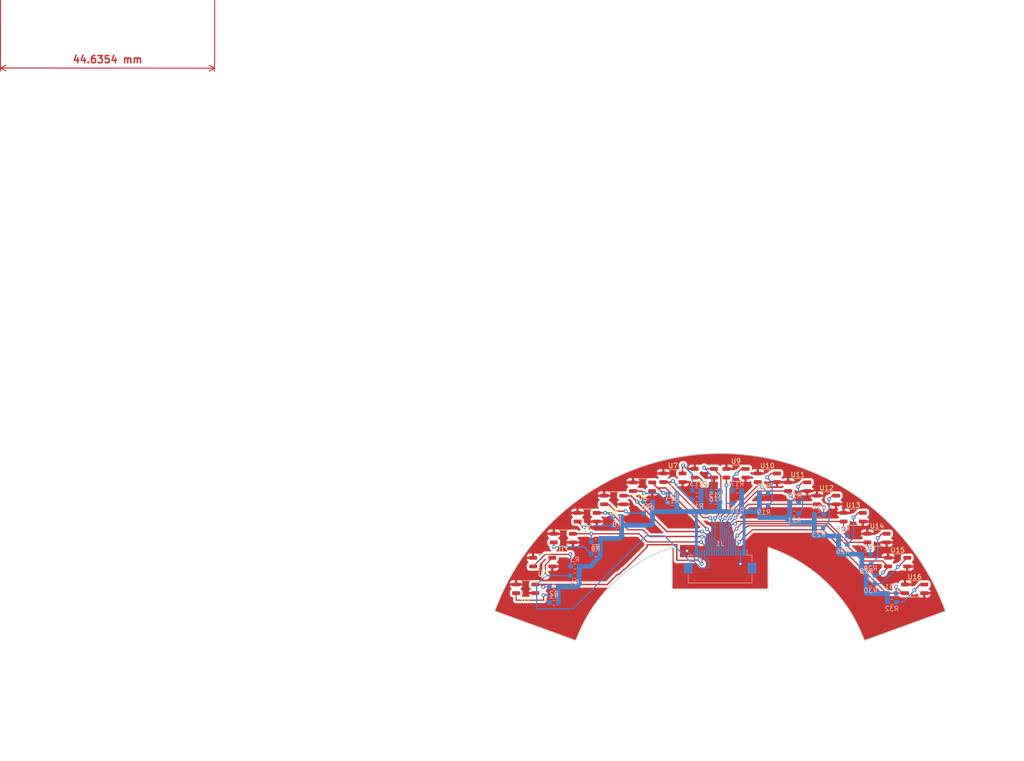
<source format=kicad_pcb>
(kicad_pcb (version 20221018) (generator pcbnew)
  (layers (0 "F.Cu" signal) (31 "B.Cu" signal) (34 "B.Paste" user) (35 "F.Paste" user) (36 "B.SilkS" user "B.Silkscreen") (37 "F.SilkS" user "F.Silkscreen") (38 "B.Mask" user) (39 "F.Mask" user) (44 "Edge.Cuts" user))
  (net 0 "")
  (net 1 "VCC")
  (net 2 "GND")
  (net 3 "Net-(J1-Pad3)")
  (net 4 "Net-(J1-Pad4)")
  (net 5 "Net-(J1-Pad5)")
  (net 6 "Net-(J1-Pad6)")
  (net 7 "Net-(J1-Pad7)")
  (net 8 "Net-(J1-Pad8)")
  (net 9 "Net-(J1-Pad9)")
  (net 10 "Net-(J1-Pad10)")
  (net 11 "Net-(J1-Pad11)")
  (net 12 "Net-(J1-Pad12)")
  (net 13 "Net-(J1-Pad13)")
  (net 14 "Net-(J1-Pad14)")
  (net 15 "Net-(J1-Pad15)")
  (net 16 "Net-(J1-Pad16)")
  (net 17 "Net-(J1-Pad17)")
  (net 18 "Net-(J1-Pad18)")
  (net 19 "Net-(U1-A)")
  (net 20 "Net-(U2-A)")
  (net 21 "Net-(U3-A)")
  (net 22 "Net-(U4-A)")
  (net 23 "Net-(U5-A)")
  (net 24 "Net-(U6-A)")
  (net 25 "Net-(U7-A)")
  (net 26 "Net-(U8-A)")
  (net 27 "Net-(U9-A)")
  (net 28 "Net-(U10-A)")
  (net 29 "Net-(U11-A)")
  (net 30 "Net-(U12-A)")
  (net 31 "Net-(U13-A)")
  (net 32 "Net-(U14-A)")
  (net 33 "Net-(U15-A)")
  (net 34 "Net-(U16-A)")
  (footprint "OptoDevice:OnSemi_CASE100CY" (layer "F.Cu") (at 109.480003 117.716083 90)
    (fp_text reference "U1")
    (fp_text value "QRE1113GR")
  )
  (footprint "OptoDevice:OnSemi_CASE100CY" (layer "F.Cu") (at 146.703264 93.609794 90)
    (fp_text reference "U8")
    (fp_text value "QRE1113GR")
  )
  (footprint "OptoDevice:OnSemi_CASE100CY" (layer "F.Cu") (at 177.73457 102.779645 -90)
    (fp_text reference "U13")
    (fp_text value "QRE1113GR")
  )
  (footprint "OptoDevice:OnSemi_CASE100CY" (layer "F.Cu") (at 133.841133 96.436907 90)
    (fp_text reference "U6")
    (fp_text value "QRE1113GR")
  )
  (footprint "OptoDevice:OnSemi_CASE100CY" (layer "F.Cu") (at 113.02103 112.156496 90)
    (fp_text reference "U2")
    (fp_text value "QRE1113GR")
  )
  (footprint "OptoDevice:OnSemi_CASE100CY" (layer "F.Cu") (at 182.697732 107.135876 -90)
    (fp_text reference "U14")
    (fp_text value "QRE1113GR")
  )
  (footprint "OptoDevice:OnSemi_CASE100CY" (layer "F.Cu") (at 122.280603 102.788132 90)
    (fp_text reference "U4")
    (fp_text value "QRE1113GR")
  )
  (footprint "OptoDevice:OnSemi_CASE100CY" (layer "F.Cu") (at 127.827146 99.196287 90)
    (fp_text reference "U5")
    (fp_text value "QRE1113GR")
  )
  (footprint "OptoDevice:OnSemi_CASE100CY" (layer "F.Cu") (at 172.182544 99.18966 -90)
    (fp_text reference "U12")
    (fp_text value "QRE1113GR")
  )
  (footprint "OptoDevice:OnSemi_CASE100CY" (layer "F.Cu") (at 190.549071 117.725573 -90)
    (fp_text reference "U16")
    (fp_text value "QRE1113GR")
  )
  (footprint "OptoDevice:OnSemi_CASE100CY" (layer "F.Cu") (at 117.324742 107.144946 90)
    (fp_text reference "U3")
    (fp_text value "QRE1113GR")
  )
  (footprint "OptoDevice:OnSemi_CASE100CY" (layer "F.Cu") (at 153.306082 93.606231 -90)
    (fp_text reference "U9")
    (fp_text value "QRE1113GR")
  )
  (footprint "OptoDevice:OnSemi_CASE100CY" (layer "F.Cu") (at 166.180981 96.424452 -90)
    (fp_text reference "U11")
    (fp_text value "QRE1113GR")
  )
  (footprint "OptoDevice:OnSemi_CASE100CY" (layer "F.Cu") (at 140.16276 94.556082 -90)
    (fp_text reference "U7")
    (fp_text value "QRE1113GR")
  )
  (footprint "OptoDevice:OnSemi_CASE100CY" (layer "F.Cu") (at 187.003125 112.146704 -90)
    (fp_text reference "U15")
    (fp_text value "QRE1113GR")
  )
  (footprint "OptoDevice:OnSemi_CASE100CY" (layer "F.Cu") (at 159.849245 94.557506 -90)
    (fp_text reference "U10")
    (fp_text value "QRE1113GR")
  )
  (footprint "Resistor_SMD:R_0603_1608Metric_Pad0.98x0.95mm_HandSolder" (layer "B.Cu") (at 124.050958 107.95)
    (fp_text reference "R6")
    (fp_text value "220")
  )
  (footprint "Resistor_SMD:R_0603_1608Metric_Pad0.98x0.95mm_HandSolder" (layer "B.Cu") (at 115.348651 117.314243)
    (fp_text reference "R2")
    (fp_text value "220")
  )
  (footprint "Connector_FFC-FPC:Hirose_FH12-20S-0.5SH_1x20-1MP_P0.50mm_Horizontal" (layer "B.Cu") (at 150 112 180)
    (fp_text reference "J1")
    (fp_text value "FFC2B28-20-G")
  )
  (footprint "Resistor_SMD:R_0603_1608Metric_Pad0.98x0.95mm_HandSolder" (layer "B.Cu") (at 134.954997 101.924008 180)
    (fp_text reference "R9")
    (fp_text value "95")
  )
  (footprint "Resistor_SMD:R_0603_1608Metric_Pad0.98x0.95mm_HandSolder" (layer "B.Cu") (at 181.341913 114.913881 180)
    (fp_text reference "R29")
    (fp_text value "220")
  )
  (footprint "Resistor_SMD:R_0603_1608Metric_Pad0.98x0.95mm_HandSolder" (layer "B.Cu") (at 119.686803 114.984497)
    (fp_text reference "R4")
    (fp_text value "220")
  )
  (footprint "Resistor_SMD:R_0603_1608Metric_Pad0.98x0.95mm_HandSolder" (layer "B.Cu") (at 145.107398 97.219635 180)
    (fp_text reference "R13")
    (fp_text value "95")
  )
  (footprint "Resistor_SMD:R_0603_1608Metric_Pad0.98x0.95mm_HandSolder" (layer "B.Cu") (at 175.600131 108.440531)
    (fp_text reference "R26")
    (fp_text value "95")
  )
  (footprint "Resistor_SMD:R_0603_1608Metric_Pad0.98x0.95mm_HandSolder" (layer "B.Cu") (at 181.365277 116.64264)
    (fp_text reference "R30")
    (fp_text value "95")
  )
  (footprint "Resistor_SMD:R_0603_1608Metric_Pad0.98x0.95mm_HandSolder" (layer "B.Cu") (at 153.549505 97.245487 180)
    (fp_text reference "R17")
    (fp_text value "95")
  )
  (footprint "Resistor_SMD:R_0603_1608Metric_Pad0.98x0.95mm_HandSolder" (layer "B.Cu") (at 115.348651 120.65 180)
    (fp_text reference "R1")
    (fp_text value "95")
  )
  (footprint "Resistor_SMD:R_0603_1608Metric_Pad0.98x0.95mm_HandSolder" (layer "B.Cu") (at 145.1375 99.06)
    (fp_text reference "R14")
    (fp_text value "220")
  )
  (footprint "Resistor_SMD:R_0603_1608Metric_Pad0.98x0.95mm_HandSolder" (layer "B.Cu") (at 170.583674 104.944924)
    (fp_text reference "R23")
    (fp_text value "95")
  )
  (footprint "Resistor_SMD:R_0603_1608Metric_Pad0.98x0.95mm_HandSolder" (layer "B.Cu") (at 185.765734 118.692534 180)
    (fp_text reference "R31")
    (fp_text value "220")
  )
  (footprint "Resistor_SMD:R_0603_1608Metric_Pad0.98x0.95mm_HandSolder" (layer "B.Cu") (at 165.427655 102.025635)
    (fp_text reference "R21")
    (fp_text value "95")
  )
  (footprint "Resistor_SMD:R_0603_1608Metric_Pad0.98x0.95mm_HandSolder" (layer "B.Cu") (at 185.797621 120.437237)
    (fp_text reference "R32")
    (fp_text value "95")
  )
  (footprint "Resistor_SMD:R_0603_1608Metric_Pad0.98x0.95mm_HandSolder" (layer "B.Cu") (at 159.107499 97.79 180)
    (fp_text reference "R20")
    (fp_text value "220")
  )
  (footprint "Resistor_SMD:R_0603_1608Metric_Pad0.98x0.95mm_HandSolder" (layer "B.Cu") (at 180.503423 112.594597)
    (fp_text reference "R28")
    (fp_text value "95")
  )
  (footprint "Resistor_SMD:R_0603_1608Metric_Pad0.98x0.95mm_HandSolder" (layer "B.Cu") (at 119.7375 113.06 180)
    (fp_text reference "R3")
    (fp_text value "95")
  )
  (footprint "Resistor_SMD:R_0603_1608Metric_Pad0.98x0.95mm_HandSolder" (layer "B.Cu") (at 134.95612 99.544649)
    (fp_text reference "R10")
    (fp_text value "220")
  )
  (footprint "Resistor_SMD:R_0603_1608Metric_Pad0.98x0.95mm_HandSolder" (layer "B.Cu") (at 180.416019 110.549347 180)
    (fp_text reference "R27")
    (fp_text value "220")
  )
  (footprint "Resistor_SMD:R_0603_1608Metric_Pad0.98x0.95mm_HandSolder" (layer "B.Cu") (at 175.6175 106.71 180)
    (fp_text reference "R25")
    (fp_text value "220")
  )
  (footprint "Resistor_SMD:R_0603_1608Metric_Pad0.98x0.95mm_HandSolder" (layer "B.Cu") (at 128.493211 102.87)
    (fp_text reference "R8")
    (fp_text value "220")
  )
  (footprint "Resistor_SMD:R_0603_1608Metric_Pad0.98x0.95mm_HandSolder" (layer "B.Cu") (at 128.461324 104.549041 180)
    (fp_text reference "R7")
    (fp_text value "95")
  )
  (footprint "Resistor_SMD:R_0603_1608Metric_Pad0.98x0.95mm_HandSolder" (layer "B.Cu") (at 159.1075 100.33)
    (fp_text reference "R19")
    (fp_text value "95")
  )
  (footprint "Resistor_SMD:R_0603_1608Metric_Pad0.98x0.95mm_HandSolder" (layer "B.Cu") (at 140.056255 97.933493)
    (fp_text reference "R12")
    (fp_text value "220")
  )
  (footprint "Resistor_SMD:R_0603_1608Metric_Pad0.98x0.95mm_HandSolder" (layer "B.Cu") (at 165.480097 99.753134 180)
    (fp_text reference "R22")
    (fp_text value "220")
  )
  (footprint "Resistor_SMD:R_0603_1608Metric_Pad0.98x0.95mm_HandSolder" (layer "B.Cu") (at 149.131352 97.54393)
    (fp_text reference "R16")
    (fp_text value "220")
  )
  (footprint "Resistor_SMD:R_0603_1608Metric_Pad0.98x0.95mm_HandSolder" (layer "B.Cu") (at 139.976537 99.798904 180)
    (fp_text reference "R11")
    (fp_text value "95")
  )
  (footprint "Resistor_SMD:R_0603_1608Metric_Pad0.98x0.95mm_HandSolder" (layer "B.Cu") (at 149.059574 99.5617 180)
    (fp_text reference "R15")
    (fp_text value "95")
  )
  (footprint "Resistor_SMD:R_0603_1608Metric_Pad0.98x0.95mm_HandSolder" (layer "B.Cu") (at 153.565115 99.876308)
    (fp_text reference "R18")
    (fp_text value "220")
  )
  (footprint "Resistor_SMD:R_0603_1608Metric_Pad0.98x0.95mm_HandSolder" (layer "B.Cu") (at 170.671078 102.252885 180)
    (fp_text reference "R24")
    (fp_text value "220")
  )
  (footprint "Resistor_SMD:R_0603_1608Metric_Pad0.98x0.95mm_HandSolder" (layer "B.Cu") (at 124.038725 110.49 180)
    (fp_text reference "R5")
    (fp_text value "95")
  )
  (gr_line (start 180.070162 128.527675) (end 196.984629 122.371313) (stroke (width 0.2)) (layer "Edge.Cuts"))
  (gr_arc (start 159.999998 109.074952) (mid 172.271204 116.494214) (end 180.070162 128.527675) (stroke (width 0.2)) (layer "Edge.Cuts"))
  (gr_arc (start 119.929834 128.527675) (mid 127.728792 116.494214) (end 139.999998 109.074952) (stroke (width 0.2)) (layer "Edge.Cuts"))
  (gr_line (start 139.999998 117.769269) (end 159.999998 117.769269) (stroke (width 0.2)) (layer "Edge.Cuts"))
  (gr_line (start 139.999998 109.074952) (end 139.999998 117.769269) (stroke (width 0.2)) (layer "Edge.Cuts"))
  (gr_line (start 159.999998 117.769269) (end 159.999998 109.074952) (stroke (width 0.2)) (layer "Edge.Cuts"))
  (gr_arc (start 103.015367 122.371313) (mid 149.999998 89.47232) (end 196.984629 122.371313) (stroke (width 0.2)) (layer "Edge.Cuts"))
  (gr_line (start 103.015367 122.371313) (end 119.929834 128.527675) (stroke (width 0.2)) (layer "Edge.Cuts"))
  (dimension (type aligned) (layer "F.Cu") (pts (xy 44.635399 -5.457094) (xy 0 -5.5)) (height -14.585549) (gr_text "44.6354 mm" (at 22.305409 7.306996 -0.05507583574) (layer "F.Cu") (effects (font (size 1.5 1.5) (thickness 0.3)))) (format (prefix "") (suffix "") (units 3) (units_format 1) (precision 4)) (style (thickness 0.2) (arrow_length 1.27) (text_position_mode 0) (extension_height 0.58642) (extension_offset 0.5) keep_text_aligned))
  (segment (start 180.452777 118.637313) (end 180.452777 116.64264) (width 1) (layer "B.Cu") (net 1))
  (segment (start 158.194999 102.850487) (end 158.194999 101.6) (width 1) (layer "B.Cu") (net 1))
  (segment (start 164.500879 103.649657) (end 163.710773 102.859551) (width 1) (layer "B.Cu") (net 1))
  (segment (start 122.868599 113.06) (end 125.024784 110.903815) (width 1) (layer "B.Cu") (net 1))
  (segment (start 163.710773 102.859551) (end 158.185935 102.859551) (width 1) (layer "B.Cu") (net 1))
  (segment (start 184.885121 120.437237) (end 184.885121 118.724421) (width 1) (layer "B.Cu") (net 1))
  (segment (start 174.705 106.71) (end 169.657466 106.71) (width 1) (layer "B.Cu") (net 1))
  (segment (start 125.016244 109.002283) (end 125.016244 107.209748) (width 1) (layer "B.Cu") (net 1))
  (segment (start 164.744126 103.89535) (end 164.499656 103.65088) (width 1) (layer "B.Cu") (net 1))
  (segment (start 129.476917 102.690947) (end 129.425376 102.639406) (width 1) (layer "B.Cu") (net 1))
  (segment (start 180.452777 114.937245) (end 180.429413 114.913881) (width 1) (layer "B.Cu") (net 1))
  (segment (start 140.97 101.6) (end 140.97 99.660365) (width 1) (layer "B.Cu") (net 1))
  (segment (start 169.466407 106.518941) (end 169.633523 106.351825) (width 1) (layer "B.Cu") (net 1))
  (segment (start 120.113062 117.314243) (end 120.698731 116.728574) (width 1) (layer "B.Cu") (net 1))
  (segment (start 184.885121 118.724421) (end 184.853234 118.692534) (width 1) (layer "B.Cu") (net 1))
  (segment (start 180.452777 116.64264) (end 180.452777 114.937245) (width 1) (layer "B.Cu") (net 1))
  (segment (start 116.261151 117.314243) (end 120.113062 117.314243) (width 1) (layer "B.Cu") (net 1))
  (segment (start 155 101.66) (end 154.94 101.6) (width 0.6) (layer "B.Cu") (net 1))
  (segment (start 184.853234 118.692534) (end 180.507998 118.692534) (width 1) (layer "B.Cu") (net 1))
  (segment (start 149.856831 101.596831) (end 149.856831 97.241074) (width 1) (layer "B.Cu") (net 1))
  (segment (start 169.633523 106.351825) (end 169.633523 103.89535) (width 1) (layer "B.Cu") (net 1))
  (segment (start 180.429413 114.388872) (end 179.367435 113.326894) (width 1) (layer "B.Cu") (net 1))
  (segment (start 129.010252 107.209748) (end 129.54 106.68) (width 1) (layer "B.Cu") (net 1))
  (segment (start 140.97 99.660365) (end 140.97 97.82371) (width 1) (layer "B.Cu") (net 1))
  (segment (start 174.919687 110.473515) (end 174.687631 110.241459) (width 1) (layer "B.Cu") (net 1))
  (segment (start 179.560696 110.473515) (end 174.919687 110.473515) (width 1) (layer "B.Cu") (net 1))
  (segment (start 125.024784 110.903815) (end 125.016244 110.895275) (width 1) (layer "B.Cu") (net 1))
  (segment (start 154.94 101.6) (end 154.461689 101.121689) (width 1) (layer "B.Cu") (net 1))
  (segment (start 116.261151 117.314243) (end 116.261151 120.65) (width 1) (layer "B.Cu") (net 1))
  (segment (start 158.194999 101.6) (end 158.194999 99.692252) (width 1) (layer "B.Cu") (net 1))
  (segment (start 169.633523 103.89535) (end 169.633523 102.203394) (width 1) (layer "B.Cu") (net 1))
  (segment (start 140.97 101.6) (end 143.51 101.6) (width 1) (layer "B.Cu") (net 1))
  (segment (start 169.633523 102.203394) (end 169.608515 102.178386) (width 1) (layer "B.Cu") (net 1))
  (segment (start 174.705 108.423162) (end 174.687631 108.440531) (width 1) (layer "B.Cu") (net 1))
  (segment (start 120.599303 116.629146) (end 120.599303 114.984497) (width 1) (layer "B.Cu") (net 1))
  (segment (start 146.05 101.6) (end 146.019898 101.569898) (width 1) (layer "B.Cu") (net 1))
  (segment (start 179.367435 113.326894) (end 179.538393 113.155936) (width 1) (layer "B.Cu") (net 1))
  (segment (start 158.195 97.82) (end 158.194999 99.692252) (width 1) (layer "B.Cu") (net 1))
  (segment (start 140.97 97.82371) (end 140.96629 97.82) (width 1) (layer "B.Cu") (net 1))
  (segment (start 154.461689 101.121689) (end 154.461689 98.979741) (width 1) (layer "B.Cu") (net 1))
  (segment (start 125.016244 107.209748) (end 129.010252 107.209748) (width 1) (layer "B.Cu") (net 1))
  (segment (start 179.538393 113.155936) (end 179.538393 112.081131) (width 1) (layer "B.Cu") (net 1))
  (segment (start 164.500879 99.58985) (end 164.510083 99.580646) (width 1) (layer "B.Cu") (net 1))
  (segment (start 135.89 101.6) (end 135.89 99.950282) (width 1) (layer "B.Cu") (net 1))
  (segment (start 174.687631 110.241459) (end 174.687631 108.440531) (width 1) (layer "B.Cu") (net 1))
  (segment (start 179.538393 112.081131) (end 179.538393 110.495818) (width 1) (layer "B.Cu") (net 1))
  (segment (start 120.698731 116.728574) (end 120.599303 116.629146) (width 1) (layer "B.Cu") (net 1))
  (segment (start 149.86 101.6) (end 149.856831 101.596831) (width 1) (layer "B.Cu") (net 1))
  (segment (start 169.657466 106.71) (end 169.466407 106.518941) (width 1) (layer "B.Cu") (net 1))
  (segment (start 120.65 114.9338) (end 120.599303 114.984497) (width 1) (layer "B.Cu") (net 1))
  (segment (start 129.54 106.68) (end 129.476917 106.616917) (width 1) (layer "B.Cu") (net 1))
  (segment (start 154.462005 98.979425) (end 154.462005 97.245487) (width 1) (layer "B.Cu") (net 1))
  (segment (start 120.65 113.06) (end 120.65 114.9338) (width 1) (layer "B.Cu") (net 1))
  (segment (start 164.500879 101.35535) (end 164.500879 99.58985) (width 1) (layer "B.Cu") (net 1))
  (segment (start 135.574144 104.455856) (end 135.89 104.14) (width 1) (layer "B.Cu") (net 1))
  (segment (start 135.89 101.6) (end 140.97 101.6) (width 1) (layer "B.Cu") (net 1))
  (segment (start 145.25 101.740273) (end 145.282226 101.708047) (width 0.3) (layer "B.Cu") (net 1))
  (segment (start 146.019898 101.569898) (end 146.019898 97.219635) (width 1) (layer "B.Cu") (net 1))
  (segment (start 154.461689 98.979741) (end 154.462005 98.979425) (width 1) (layer "B.Cu") (net 1))
  (segment (start 129.476917 104.455856) (end 129.476917 102.690947) (width 1) (layer "B.Cu") (net 1))
  (segment (start 155 110.15) (end 155 101.66) (width 0.6) (layer "B.Cu") (net 1))
  (segment (start 125.016244 110.895275) (end 125.016244 109.002283) (width 1) (layer "B.Cu") (net 1))
  (segment (start 135.89 104.14) (end 135.89 101.6) (width 1) (layer "B.Cu") (net 1))
  (segment (start 145.174179 101.6) (end 145.282226 101.708047) (width 1) (layer "B.Cu") (net 1))
  (segment (start 143.51 101.6) (end 145.174179 101.6) (width 1) (layer "B.Cu") (net 1))
  (segment (start 143.51 101.6) (end 146.05 101.6) (width 1) (layer "B.Cu") (net 1))
  (segment (start 158.194999 101.6) (end 154.94 101.6) (width 1) (layer "B.Cu") (net 1))
  (segment (start 179.538393 110.495818) (end 179.560696 110.473515) (width 1) (layer "B.Cu") (net 1))
  (segment (start 164.499656 103.65088) (end 164.500879 103.649657) (width 1) (layer "B.Cu") (net 1))
  (segment (start 145.05 110.15) (end 145.05 101.940273) (width 0.6) (layer "B.Cu") (net 1))
  (segment (start 145.05 101.940273) (end 145.282226 101.708047) (width 0.6) (layer "B.Cu") (net 1))
  (segment (start 158.185935 102.859551) (end 158.194999 102.850487) (width 1) (layer "B.Cu") (net 1))
  (segment (start 135.89 99.950282) (end 135.867016 99.927298) (width 1) (layer "B.Cu") (net 1))
  (segment (start 154.94 101.6) (end 149.86 101.6) (width 1) (layer "B.Cu") (net 1))
  (segment (start 169.633523 103.89535) (end 164.744126 103.89535) (width 1) (layer "B.Cu") (net 1))
  (segment (start 146.05 101.6) (end 149.86 101.6) (width 1) (layer "B.Cu") (net 1))
  (segment (start 129.476917 104.455856) (end 135.574144 104.455856) (width 1) (layer "B.Cu") (net 1))
  (segment (start 120.65 113.06) (end 122.868599 113.06) (width 1) (layer "B.Cu") (net 1))
  (segment (start 180.429413 114.913881) (end 180.429413 114.388872) (width 1) (layer "B.Cu") (net 1))
  (segment (start 164.500879 103.649657) (end 164.500879 101.35535) (width 1) (layer "B.Cu") (net 1))
  (segment (start 180.507998 118.692534) (end 180.452777 118.637313) (width 1) (layer "B.Cu") (net 1))
  (segment (start 174.705 106.71) (end 174.705 108.423162) (width 1) (layer "B.Cu") (net 1))
  (segment (start 129.476917 106.616917) (end 129.476917 104.455856) (width 1) (layer "B.Cu") (net 1))
  (segment (start 153.710934 113.03) (end 153.67 113.03) (width 0.25) (layer "F.Cu") (net 2))
  (segment (start 143.101576 108.718614) (end 143.101845 108.718345) (width 0.25) (layer "F.Cu") (net 2))
  (segment (start 143.101576 109.794587) (end 143.101576 108.718614) (width 0.25) (layer "F.Cu") (net 2))
  (segment (start 154.231001 112.509933) (end 153.710934 113.03) (width 0.25) (layer "F.Cu") (net 2))
  (via (at 154.231001 112.509933) (size 0.8) (drill 0.4) (layers "F.Cu" "B.Cu") (net 2))
  (via (at 143.101576 109.794587) (size 0.8) (drill 0.4) (layers "F.Cu" "B.Cu") (net 2))
  (segment (start 145.09 111.76) (end 145.020374 111.76) (width 0.25) (layer "B.Cu") (net 2))
  (segment (start 145.020374 111.76) (end 143.101576 109.794587) (width 0.25) (layer "B.Cu") (net 2))
  (segment (start 145.75 110.15) (end 145.75 111.1) (width 0.25) (layer "B.Cu") (net 2))
  (segment (start 145.75 111.1) (end 145.09 111.76) (width 0.25) (layer "B.Cu") (net 2))
  (segment (start 143.101576 109.794587) (end 143.194807 109.934433) (width 0.25) (layer "B.Cu") (net 2))
  (segment (start 154.25 110.15) (end 154.231001 112.509933) (width 0.25) (layer "B.Cu") (net 2))
  (segment (start 154.231001 112.509933) (end 154.25 112.431883) (width 0.25) (layer "B.Cu") (net 2))
  (segment (start 188.549071 118.625573) (end 184.665573 118.625573) (width 0.25) (layer "F.Cu") (net 3))
  (segment (start 171.45 105.41) (end 156.720612 105.41) (width 0.25) (layer "F.Cu") (net 3))
  (segment (start 184.665573 118.625573) (end 171.45 105.41) (width 0.25) (layer "F.Cu") (net 3))
  (segment (start 156.720612 105.41) (end 153.976615 107.938615) (width 0.25) (layer "F.Cu") (net 3))
  (segment (start 188.549071 118.625573) (end 187.95115 118.625573) (width 0.25) (layer "F.Cu") (net 3))
  (segment (start 153.976615 107.938615) (end 154.154391 107.976221) (width 0.25) (layer "F.Cu") (net 3))
  (segment (start 187.95115 118.625573) (end 186.678615 117.353038) (width 0.25) (layer "F.Cu") (net 3))
  (via (at 153.976615 107.938615) (size 0.8) (drill 0.4) (layers "F.Cu" "B.Cu") (net 3))
  (via (at 186.678615 117.353038) (size 0.8) (drill 0.4) (layers "F.Cu" "B.Cu") (net 3))
  (segment (start 186.678234 118.692534) (end 186.678234 117.540792) (width 0.25) (layer "B.Cu") (net 3))
  (segment (start 186.678615 117.540411) (end 186.678615 117.353038) (width 0.25) (layer "B.Cu") (net 3))
  (segment (start 153.75 110.15) (end 153.75 108.16523) (width 0.25) (layer "B.Cu") (net 3))
  (segment (start 186.678615 117.353038) (end 186.865988 117.353038) (width 0.25) (layer "B.Cu") (net 3))
  (segment (start 186.678234 117.540792) (end 186.678615 117.540411) (width 0.25) (layer "B.Cu") (net 3))
  (segment (start 153.75 108.16523) (end 153.976615 107.938615) (width 0.25) (layer "B.Cu") (net 3))
  (segment (start 186.865988 117.353038) (end 186.788351 117.430675) (width 0.25) (layer "B.Cu") (net 3))
  (segment (start 183.875874 111.919453) (end 179.660375 111.919453) (width 0.25) (layer "F.Cu") (net 4))
  (segment (start 153.592363 106.757637) (end 153.67 106.68) (width 0.25) (layer "F.Cu") (net 4))
  (segment (start 185.003125 113.046704) (end 185.003125 113.291973) (width 0.25) (layer "F.Cu") (net 4))
  (segment (start 155.76 104.59) (end 153.722443 106.627557) (width 0.25) (layer "F.Cu") (net 4))
  (segment (start 179.660375 111.919453) (end 172.330922 104.59) (width 0.25) (layer "F.Cu") (net 4))
  (segment (start 172.330922 104.59) (end 155.76 104.59) (width 0.25) (layer "F.Cu") (net 4))
  (segment (start 153.722443 106.627557) (end 153.592363 106.627557) (width 0.25) (layer "F.Cu") (net 4))
  (segment (start 185.003125 113.291973) (end 183.988193 114.306905) (width 0.25) (layer "F.Cu") (net 4))
  (segment (start 153.592363 106.627557) (end 153.592363 106.757637) (width 0.25) (layer "F.Cu") (net 4))
  (segment (start 185.003125 113.046704) (end 183.875874 111.919453) (width 0.25) (layer "F.Cu") (net 4))
  (via (at 153.592363 106.627557) (size 0.8) (drill 0.4) (layers "F.Cu" "B.Cu") (net 4))
  (via (at 183.988193 114.306905) (size 0.8) (drill 0.4) (layers "F.Cu" "B.Cu") (net 4))
  (segment (start 153.25 110.15) (end 153.25 106.96992) (width 0.25) (layer "B.Cu") (net 4))
  (segment (start 184.093078 114.306905) (end 184.066857 114.333126) (width 0.25) (layer "B.Cu") (net 4))
  (segment (start 182.254413 114.913881) (end 183.486102 114.913881) (width 0.25) (layer "B.Cu") (net 4))
  (segment (start 183.988193 114.306905) (end 184.093078 114.306905) (width 0.25) (layer "B.Cu") (net 4))
  (segment (start 153.25 106.96992) (end 153.592363 106.627557) (width 0.25) (layer "B.Cu") (net 4))
  (segment (start 183.486102 114.913881) (end 183.988193 114.41179) (width 0.25) (layer "B.Cu") (net 4))
  (segment (start 183.988193 114.41179) (end 183.988193 114.306905) (width 0.25) (layer "B.Cu") (net 4))
  (segment (start 180.697732 108.698406) (end 181.307538 109.308212) (width 0.25) (layer "F.Cu") (net 5))
  (segment (start 176.615876 108.035876) (end 172.72 104.14) (width 0.25) (layer "F.Cu") (net 5))
  (segment (start 153.436923 105.177192) (end 153.355346 105.177192) (width 0.25) (layer "F.Cu") (net 5))
  (segment (start 153.355346 105.177192) (end 153.413615 105.118923) (width 0.25) (layer "F.Cu") (net 5))
  (segment (start 153.436923 105.095615) (end 153.436923 105.177192) (width 0.25) (layer "F.Cu") (net 5))
  (segment (start 154.392538 104.14) (end 153.436923 105.095615) (width 0.25) (layer "F.Cu") (net 5))
  (segment (start 180.697732 108.035876) (end 176.615876 108.035876) (width 0.25) (layer "F.Cu") (net 5))
  (segment (start 180.697732 108.035876) (end 180.697732 108.698406) (width 0.25) (layer "F.Cu") (net 5))
  (segment (start 172.72 104.14) (end 154.392538 104.14) (width 0.25) (layer "F.Cu") (net 5))
  (via (at 181.307538 109.308212) (size 0.8) (drill 0.4) (layers "F.Cu" "B.Cu") (net 5))
  (via (at 153.436923 105.177192) (size 0.8) (drill 0.4) (layers "F.Cu" "B.Cu") (net 5))
  (segment (start 181.255096 109.308212) (end 181.307538 109.360654) (width 0.25) (layer "B.Cu") (net 5))
  (segment (start 181.307538 109.308212) (end 181.255096 109.308212) (width 0.25) (layer "B.Cu") (net 5))
  (segment (start 152.75 110.15) (end 152.75 105.864115) (width 0.25) (layer "B.Cu") (net 5))
  (segment (start 181.328519 109.381635) (end 181.307538 109.360654) (width 0.25) (layer "B.Cu") (net 5))
  (segment (start 152.75 105.864115) (end 153.436923 105.177192) (width 0.25) (layer "B.Cu") (net 5))
  (segment (start 181.328519 110.549347) (end 181.328519 109.381635) (width 0.25) (layer "B.Cu") (net 5))
  (segment (start 181.307538 109.360654) (end 181.307538 109.308212) (width 0.25) (layer "B.Cu") (net 5))
  (segment (start 153.384777 103.679645) (end 153.145846 104.163307) (width 0.25) (layer "F.Cu") (net 6))
  (segment (start 175.73457 105.098313) (end 175.679538 105.153345) (width 0.25) (layer "F.Cu") (net 6))
  (segment (start 175.73457 103.679645) (end 153.384777 103.679645) (width 0.25) (layer "F.Cu") (net 6))
  (segment (start 175.73457 103.679645) (end 175.73457 105.098313) (width 0.25) (layer "F.Cu") (net 6))
  (segment (start 153.145846 104.163307) (end 153.040961 104.023461) (width 0.25) (layer "F.Cu") (net 6))
  (via (at 153.145846 104.163307) (size 0.8) (drill 0.4) (layers "F.Cu" "B.Cu") (net 6))
  (via (at 175.679538 105.153345) (size 0.8) (drill 0.4) (layers "F.Cu" "B.Cu") (net 6))
  (segment (start 176.53 106.71) (end 176.53 106.059651) (width 0.25) (layer "B.Cu") (net 6))
  (segment (start 151.834807 106.027923) (end 151.834807 104.955769) (width 0.25) (layer "B.Cu") (net 6))
  (segment (start 175.679538 105.209189) (end 175.679538 105.153345) (width 0.25) (layer "B.Cu") (net 6))
  (segment (start 152.25 106.443116) (end 151.834807 106.027923) (width 0.25) (layer "B.Cu") (net 6))
  (segment (start 176.53 106.059651) (end 175.679538 105.209189) (width 0.25) (layer "B.Cu") (net 6))
  (segment (start 152.25 110.15) (end 152.25 106.443116) (width 0.25) (layer "B.Cu") (net 6))
  (segment (start 175.679538 105.153345) (end 175.623694 105.153345) (width 0.25) (layer "B.Cu") (net 6))
  (segment (start 152.627269 104.163307) (end 153.145846 104.163307) (width 0.25) (layer "B.Cu") (net 6))
  (segment (start 151.834807 104.955769) (end 152.627269 104.163307) (width 0.25) (layer "B.Cu") (net 6))
  (segment (start 175.623694 105.153345) (end 175.659195 105.188846) (width 0.25) (layer "B.Cu") (net 6))
  (segment (start 170.182544 100.08966) (end 170.937681 100.08966) (width 0.25) (layer "F.Cu") (net 7))
  (segment (start 155.895433 100.08966) (end 153.190305 102.794788) (width 0.25) (layer "F.Cu") (net 7))
  (segment (start 170.182544 100.08966) (end 155.895433 100.08966) (width 0.25) (layer "F.Cu") (net 7))
  (segment (start 153.190305 102.794788) (end 153.190305 102.882192) (width 0.25) (layer "F.Cu") (net 7))
  (segment (start 153.190305 102.882192) (end 153.102901 102.882192) (width 0.25) (layer "F.Cu") (net 7))
  (segment (start 170.937681 100.08966) (end 171.667482 100.819461) (width 0.25) (layer "F.Cu") (net 7))
  (segment (start 153.102901 102.882192) (end 153.032978 102.952115) (width 0.25) (layer "F.Cu") (net 7))
  (via (at 171.667482 100.819461) (size 0.8) (drill 0.4) (layers "F.Cu" "B.Cu") (net 7))
  (via (at 153.190305 102.882192) (size 0.8) (drill 0.4) (layers "F.Cu" "B.Cu") (net 7))
  (segment (start 171.684964 100.819461) (end 171.650002 100.854423) (width 0.25) (layer "B.Cu") (net 7))
  (segment (start 151.384807 104.736666) (end 153.190305 102.931168) (width 0.25) (layer "B.Cu") (net 7))
  (segment (start 171.583578 102.252885) (end 171.583578 100.920847) (width 0.25) (layer "B.Cu") (net 7))
  (segment (start 171.583578 100.920847) (end 171.667482 100.836943) (width 0.25) (layer "B.Cu") (net 7))
  (segment (start 151.75 110.15) (end 151.75 106.627067) (width 0.25) (layer "B.Cu") (net 7))
  (segment (start 151.384807 106.261874) (end 151.384807 104.736666) (width 0.25) (layer "B.Cu") (net 7))
  (segment (start 151.75 106.627067) (end 151.384807 106.261874) (width 0.25) (layer "B.Cu") (net 7))
  (segment (start 171.667482 100.819461) (end 171.684964 100.819461) (width 0.25) (layer "B.Cu") (net 7))
  (segment (start 171.667482 100.836943) (end 171.667482 100.819461) (width 0.25) (layer "B.Cu") (net 7))
  (segment (start 153.190305 102.931168) (end 153.190305 102.882192) (width 0.25) (layer "B.Cu") (net 7))
  (segment (start 164.180981 97.789748) (end 164.675982 98.284749) (width 0.25) (layer "F.Cu") (net 8))
  (segment (start 152.159748 102.899673) (end 152.107306 102.899673) (width 0.25) (layer "F.Cu") (net 8))
  (segment (start 152.159748 102.847231) (end 152.159748 102.899673) (width 0.25) (layer "F.Cu") (net 8))
  (segment (start 164.180981 97.324452) (end 157.682527 97.324452) (width 0.25) (layer "F.Cu") (net 8))
  (segment (start 164.180981 97.324452) (end 164.180981 97.789748) (width 0.25) (layer "F.Cu") (net 8))
  (segment (start 157.682527 97.324452) (end 152.159748 102.847231) (width 0.25) (layer "F.Cu") (net 8))
  (segment (start 152.107306 102.899673) (end 152.072344 102.934635) (width 0.25) (layer "F.Cu") (net 8))
  (via (at 152.159748 102.899673) (size 0.8) (drill 0.4) (layers "F.Cu" "B.Cu") (net 8))
  (via (at 164.675982 98.284749) (size 0.8) (drill 0.4) (layers "F.Cu" "B.Cu") (net 8))
  (segment (start 164.675982 98.284749) (end 164.658501 98.284749) (width 0.25) (layer "B.Cu") (net 8))
  (segment (start 151.25 106.763463) (end 150.934807 106.44827) (width 0.25) (layer "B.Cu") (net 8))
  (segment (start 166.126886 99.753134) (end 164.675982 98.30223) (width 0.25) (layer "B.Cu") (net 8))
  (segment (start 151.25 110.15) (end 151.25 106.763463) (width 0.25) (layer "B.Cu") (net 8))
  (segment (start 150.934807 106.44827) (end 150.934807 104.124614) (width 0.25) (layer "B.Cu") (net 8))
  (segment (start 164.675982 98.30223) (end 164.675982 98.284749) (width 0.25) (layer "B.Cu") (net 8))
  (segment (start 166.392597 99.753134) (end 166.126886 99.753134) (width 0.25) (layer "B.Cu") (net 8))
  (segment (start 150.934807 104.124614) (end 152.159748 102.899673) (width 0.25) (layer "B.Cu") (net 8))
  (segment (start 164.658501 98.284749) (end 164.710943 98.337191) (width 0.25) (layer "B.Cu") (net 8))
  (segment (start 157.849245 96.16133) (end 151.093421 102.917154) (width 0.25) (layer "F.Cu") (net 9))
  (segment (start 157.849245 95.457506) (end 157.849245 96.16133) (width 0.25) (layer "F.Cu") (net 9))
  (segment (start 157.849245 95.600956) (end 158.784961 96.536672) (width 0.25) (layer "F.Cu") (net 9))
  (segment (start 157.849245 95.457506) (end 157.849245 95.600956) (width 0.25) (layer "F.Cu") (net 9))
  (via (at 158.784961 96.536672) (size 0.8) (drill 0.4) (layers "F.Cu" "B.Cu") (net 9))
  (via (at 151.093421 102.917154) (size 0.8) (drill 0.4) (layers "F.Cu" "B.Cu") (net 9))
  (segment (start 150.484807 103.543249) (end 151.093421 102.934635) (width 0.25) (layer "B.Cu") (net 9))
  (segment (start 151.110902 102.917154) (end 151.093421 102.934635) (width 0.25) (layer "B.Cu") (net 9))
  (segment (start 151.093421 102.917154) (end 151.110902 102.917154) (width 0.25) (layer "B.Cu") (net 9))
  (segment (start 150.484807 106.815366) (end 150.484807 103.543249) (width 0.25) (layer "B.Cu") (net 9))
  (segment (start 158.784961 96.536672) (end 158.75 96.589114) (width 0.25) (layer "B.Cu") (net 9))
  (segment (start 151.093421 102.934635) (end 151.093421 102.917154) (width 0.25) (layer "B.Cu") (net 9))
  (segment (start 150.75 107.080559) (end 150.484807 106.815366) (width 0.25) (layer "B.Cu") (net 9))
  (segment (start 160.019999 97.79) (end 158.819113 96.589114) (width 0.25) (layer "B.Cu") (net 9))
  (segment (start 150.75 110.15) (end 150.75 107.080559) (width 0.25) (layer "B.Cu") (net 9))
  (segment (start 158.819113 96.589114) (end 158.784961 96.536672) (width 0.25) (layer "B.Cu") (net 9))
  (segment (start 151.306082 94.506231) (end 151.306082 95.25) (width 0.25) (layer "F.Cu") (net 10))
  (segment (start 150.034807 102.904961) (end 149.906615 102.904961) (width 0.25) (layer "F.Cu") (net 10))
  (segment (start 151.306082 96.102005) (end 151.327576 96.123499) (width 0.25) (layer "F.Cu") (net 10))
  (segment (start 150.034807 102.776769) (end 150.034807 102.904961) (width 0.25) (layer "F.Cu") (net 10))
  (segment (start 149.906615 102.904961) (end 149.86 102.951576) (width 0.25) (layer "F.Cu") (net 10))
  (segment (start 151.306082 95.25) (end 151.306082 101.505494) (width 0.25) (layer "F.Cu") (net 10))
  (segment (start 151.306082 95.25) (end 151.306082 96.102005) (width 0.25) (layer "F.Cu") (net 10))
  (segment (start 151.306082 101.505494) (end 150.034807 102.776769) (width 0.25) (layer "F.Cu") (net 10))
  (via (at 151.327576 96.123499) (size 0.8) (drill 0.4) (layers "F.Cu" "B.Cu") (net 10))
  (via (at 150.034807 102.904961) (size 0.8) (drill 0.4) (layers "F.Cu" "B.Cu") (net 10))
  (segment (start 150.034807 102.904961) (end 150.034807 107.3217) (width 0.25) (layer "B.Cu") (net 10))
  (segment (start 152.652615 99.876308) (end 151.304538 99.876308) (width 0.25) (layer "B.Cu") (net 10))
  (segment (start 151.304268 99.876038) (end 151.327576 96.123499) (width 0.25) (layer "B.Cu") (net 10))
  (segment (start 151.327576 96.123499) (end 151.304268 96.21673) (width 0.25) (layer "B.Cu") (net 10))
  (segment (start 150.034807 107.3217) (end 150.25 107.536893) (width 0.25) (layer "B.Cu") (net 10))
  (segment (start 150.25 107.536893) (end 150.25 110.15) (width 0.25) (layer "B.Cu") (net 10))
  (segment (start 151.304538 99.876308) (end 151.304268 99.876038) (width 0.25) (layer "B.Cu") (net 10))
  (segment (start 150.151082 94.157612) (end 148.703264 92.709794) (width 0.25) (layer "F.Cu") (net 11))
  (segment (start 146.934268 92.709794) (end 146.687062 92.462588) (width 0.25) (layer "F.Cu") (net 11))
  (segment (start 150.151082 101.730395) (end 150.151082 94.157612) (width 0.25) (layer "F.Cu") (net 11))
  (segment (start 148.703264 92.709794) (end 146.934268 92.709794) (width 0.25) (layer "F.Cu") (net 11))
  (segment (start 148.943107 102.93837) (end 149.181477 102.7) (width 0.25) (layer "F.Cu") (net 11))
  (segment (start 148.943107 102.93837) (end 150.151082 101.730395) (width 0.25) (layer "F.Cu") (net 11))
  (via (at 146.687062 92.462588) (size 0.8) (drill 0.4) (layers "F.Cu" "B.Cu") (net 11))
  (via (at 148.943107 102.93837) (size 0.8) (drill 0.4) (layers "F.Cu" "B.Cu") (net 11))
  (segment (start 146.687062 92.462588) (end 146.66519 92.604761) (width 0.25) (layer "B.Cu") (net 11))
  (segment (start 148.943107 107.04457) (end 148.943107 102.93837) (width 0.25) (layer "B.Cu") (net 11))
  (segment (start 149.75 108.295203) (end 148.721237 107.26644) (width 0.25) (layer "B.Cu") (net 11))
  (segment (start 148.218852 94.158423) (end 146.687062 92.462588) (width 0.25) (layer "B.Cu") (net 11))
  (segment (start 149.75 110.15) (end 149.75 108.295203) (width 0.25) (layer "B.Cu") (net 11))
  (segment (start 148.721237 107.26644) (end 148.943107 107.04457) (width 0.25) (layer "B.Cu") (net 11))
  (segment (start 148.218852 97.54393) (end 148.218852 94.158423) (width 0.25) (layer "B.Cu") (net 11))
  (segment (start 146.443711 102.87) (end 139.029793 95.456082) (width 0.25) (layer "F.Cu") (net 12))
  (segment (start 147.988495 102.87) (end 147.943375 102.91512) (width 0.25) (layer "F.Cu") (net 12))
  (segment (start 148.137513 102.87) (end 147.988495 102.87) (width 0.25) (layer "F.Cu") (net 12))
  (segment (start 147.898255 102.87) (end 146.443711 102.87) (width 0.25) (layer "F.Cu") (net 12))
  (segment (start 139.029793 95.456082) (end 138.16276 95.456082) (width 0.25) (layer "F.Cu") (net 12))
  (segment (start 147.943375 102.91512) (end 147.898255 102.87) (width 0.25) (layer "F.Cu") (net 12))
  (segment (start 138.16276 95.456082) (end 139.941386 95.456082) (width 0.3) (layer "F.Cu") (net 12))
  (segment (start 139.941386 95.456082) (end 140.153323 95.244145) (width 0.3) (layer "F.Cu") (net 12))
  (via (at 147.943375 102.91512) (size 0.8) (drill 0.4) (layers "F.Cu" "B.Cu") (net 12))
  (via (at 140.153323 95.244145) (size 0.8) (drill 0.4) (layers "F.Cu" "B.Cu") (net 12))
  (segment (start 140.153323 95.29729) (end 140.153323 95.244145) (width 0.3) (layer "B.Cu") (net 12))
  (segment (start 143.916033 99.06) (end 140.153323 95.29729) (width 0.3) (layer "B.Cu") (net 12))
  (segment (start 140.100178 95.244145) (end 140.174581 95.318548) (width 0.3) (layer "B.Cu") (net 12))
  (segment (start 148.260532 103.232277) (end 147.943375 102.91512) (width 0.25) (layer "B.Cu") (net 12))
  (segment (start 148.260532 107.552162) (end 148.260532 103.232277) (width 0.25) (layer "B.Cu") (net 12))
  (segment (start 144.225 99.06) (end 143.916033 99.06) (width 0.3) (layer "B.Cu") (net 12))
  (segment (start 149.25 110.15) (end 149.25 108.54163) (width 0.25) (layer "B.Cu") (net 12))
  (segment (start 149.25 108.54163) (end 148.260532 107.552162) (width 0.25) (layer "B.Cu") (net 12))
  (segment (start 140.153323 95.244145) (end 140.100178 95.244145) (width 0.3) (layer "B.Cu") (net 12))
  (segment (start 135.841133 95.536907) (end 136.992113 96.687887) (width 0.3) (layer "F.Cu") (net 13))
  (segment (start 136.992113 96.687887) (end 138.000515 97.696289) (width 0.3) (layer "F.Cu") (net 13))
  (segment (start 138.667157 96.687887) (end 147.266674 105.287404) (width 0.3) (layer "F.Cu") (net 13))
  (segment (start 136.992113 96.687887) (end 138.667157 96.687887) (width 0.3) (layer "F.Cu") (net 13))
  (segment (start 138.000515 97.696289) (end 138.167814 97.696289) (width 0.3) (layer "F.Cu") (net 13))
  (via (at 147.266674 105.287404) (size 0.8) (drill 0.4) (layers "F.Cu" "B.Cu") (net 13))
  (via (at 138.167814 97.696289) (size 0.8) (drill 0.4) (layers "F.Cu" "B.Cu") (net 13))
  (segment (start 147.795933 107.73654) (end 147.795933 105.816663) (width 0.25) (layer "B.Cu") (net 13))
  (segment (start 147.266674 105.287404) (end 147.197404 105.287404) (width 0.3) (layer "B.Cu") (net 13))
  (segment (start 148.75 108.690607) (end 147.795933 107.73654) (width 0.25) (layer "B.Cu") (net 13))
  (segment (start 148.75 110.15) (end 148.75 108.690607) (width 0.25) (layer "B.Cu") (net 13))
  (segment (start 139.143755 97.933493) (end 138.637267 97.933493) (width 0.3) (layer "B.Cu") (net 13))
  (segment (start 147.795933 105.816663) (end 147.266674 105.287404) (width 0.25) (layer "B.Cu") (net 13))
  (segment (start 138.637267 97.933493) (end 138.167814 97.696289) (width 0.3) (layer "B.Cu") (net 13))
  (segment (start 138.167814 97.696289) (end 138.461887 97.758113) (width 0.3) (layer "B.Cu") (net 13))
  (segment (start 147.266674 105.356674) (end 147.266674 105.287404) (width 0.3) (layer "B.Cu") (net 13))
  (segment (start 147.197404 105.287404) (end 147.32 105.41) (width 0.3) (layer "B.Cu") (net 13))
  (segment (start 132.127791 99.012209) (end 132.66023 99.544649) (width 0.3) (layer "F.Cu") (net 14))
  (segment (start 129.827146 98.296287) (end 131.411868 98.296287) (width 0.4) (layer "F.Cu") (net 14))
  (segment (start 131.411868 98.296287) (end 132.127791 99.012209) (width 0.3) (layer "F.Cu") (net 14))
  (segment (start 138.898782 105.7832) (end 146.205123 105.7832) (width 0.3) (layer "F.Cu") (net 14))
  (segment (start 132.127791 99.012209) (end 138.898782 105.7832) (width 0.3) (layer "F.Cu") (net 14))
  (via (at 146.205123 105.7832) (size 0.8) (drill 0.4) (layers "F.Cu" "B.Cu") (net 14))
  (via (at 132.66023 99.544649) (size 0.8) (drill 0.4) (layers "F.Cu" "B.Cu") (net 14))
  (segment (start 134.04362 99.544649) (end 132.681488 99.544649) (width 0.3) (layer "B.Cu") (net 14))
  (segment (start 132.66023 99.565907) (end 132.674402 99.551735) (width 0.3) (layer "B.Cu") (net 14))
  (segment (start 146.205123 105.7832) (end 146.187818 105.839939) (width 0.3) (layer "B.Cu") (net 14))
  (segment (start 148.25 108.827003) (end 147.329251 107.906254) (width 0.25) (layer "B.Cu") (net 14))
  (segment (start 146.423425 105.7832) (end 146.205123 105.7832) (width 0.25) (layer "B.Cu") (net 14))
  (segment (start 146.51552 105.839939) (end 146.205123 105.7832) (width 0.3) (layer "B.Cu") (net 14))
  (segment (start 132.681488 99.544649) (end 132.66023 99.544649) (width 0.3) (layer "B.Cu") (net 14))
  (segment (start 132.681488 99.544649) (end 132.681488 99.544649) (width 0.3) (layer "B.Cu") (net 14))
  (segment (start 132.66023 99.544649) (end 132.66023 99.565907) (width 0.3) (layer "B.Cu") (net 14))
  (segment (start 148.25 110.15) (end 148.25 108.827003) (width 0.25) (layer "B.Cu") (net 14))
  (segment (start 147.329251 107.906254) (end 147.329251 106.689026) (width 0.25) (layer "B.Cu") (net 14))
  (segment (start 147.329251 106.689026) (end 146.423425 105.7832) (width 0.25) (layer "B.Cu") (net 14))
  (segment (start 126.05214 101.888132) (end 126.064276 101.875996) (width 0.3) (layer "F.Cu") (net 15))
  (segment (start 126.043018 101.875996) (end 126.05214 101.888132) (width 0.3) (layer "F.Cu") (net 15))
  (segment (start 146.168901 106.818178) (end 146.195654 106.844931) (width 0.3) (layer "F.Cu") (net 15))
  (segment (start 135.327196 106.818178) (end 146.168901 106.818178) (width 0.3) (layer "F.Cu") (net 15))
  (segment (start 124.280603 101.888132) (end 127.288132 101.888132) (width 0.3) (layer "F.Cu") (net 15))
  (segment (start 130.81 105.41) (end 133.919018 105.41) (width 0.25) (layer "F.Cu") (net 15))
  (segment (start 127.288132 101.888132) (end 130.81 105.41) (width 0.3) (layer "F.Cu") (net 15))
  (segment (start 133.919018 105.41) (end 135.327196 106.818178) (width 0.25) (layer "F.Cu") (net 15))
  (segment (start 124.280603 101.888132) (end 126.043018 101.875996) (width 0.3) (layer "F.Cu") (net 15))
  (via (at 126.043018 101.875996) (size 0.8) (drill 0.4) (layers "F.Cu" "B.Cu") (net 15))
  (via (at 146.195654 106.844931) (size 0.8) (drill 0.4) (layers "F.Cu" "B.Cu") (net 15))
  (segment (start 146.195654 106.844931) (end 146.183044 106.813044) (width 0.25) (layer "B.Cu") (net 15))
  (segment (start 126.586707 101.875996) (end 127.580711 102.87) (width 0.3) (layer "B.Cu") (net 15))
  (segment (start 147.75 110.15) (end 147.75 109.013604) (width 0.25) (layer "B.Cu") (net 15))
  (segment (start 147.75 109.013604) (end 146.879251 108.142855) (width 0.25) (layer "B.Cu") (net 15))
  (segment (start 146.879251 106.875422) (end 146.84876 106.844931) (width 0.25) (layer "B.Cu") (net 15))
  (segment (start 146.84876 106.844931) (end 146.195654 106.844931) (width 0.25) (layer "B.Cu") (net 15))
  (segment (start 126.043018 101.875996) (end 126.586707 101.875996) (width 0.3) (layer "B.Cu") (net 15))
  (segment (start 146.879251 108.142855) (end 146.879251 106.875422) (width 0.25) (layer "B.Cu") (net 15))
  (segment (start 133.090326 106.244946) (end 134.79538 107.95) (width 0.25) (layer "F.Cu") (net 16))
  (segment (start 119.324742 106.244946) (end 123.11999 106.244946) (width 0.25) (layer "F.Cu") (net 16))
  (segment (start 123.174976 106.244946) (end 133.090326 106.244946) (width 0.25) (layer "F.Cu") (net 16))
  (segment (start 146.05 107.95) (end 146.141773 107.95) (width 0.25) (layer "F.Cu") (net 16))
  (segment (start 134.79538 107.95) (end 146.05 107.95) (width 0.25) (layer "F.Cu") (net 16))
  (segment (start 123.11999 106.244946) (end 123.147483 106.217453) (width 0.25) (layer "F.Cu") (net 16))
  (segment (start 123.147483 106.217453) (end 123.174976 106.244946) (width 0.25) (layer "F.Cu") (net 16))
  (via (at 123.147483 106.217453) (size 0.8) (drill 0.4) (layers "F.Cu" "B.Cu") (net 16))
  (via (at 146.05 107.95) (size 0.8) (drill 0.4) (layers "F.Cu" "B.Cu") (net 16))
  (segment (start 146.05 107.95) (end 147.25 109.15) (width 0.25) (layer "B.Cu") (net 16))
  (segment (start 123.138458 106.226478) (end 123.147483 106.217453) (width 0.25) (layer "B.Cu") (net 16))
  (segment (start 147.25 109.15) (end 147.25 110.15) (width 0.25) (layer "B.Cu") (net 16))
  (segment (start 123.138458 107.95) (end 123.138458 106.226478) (width 0.25) (layer "B.Cu") (net 16))
  (segment (start 115.02103 111.256496) (end 113.571544 112.705982) (width 0.25) (layer "F.Cu") (net 17))
  (segment (start 113.571544 112.705982) (end 113.571544 114.905859) (width 0.25) (layer "F.Cu") (net 17))
  (via (at 113.571544 114.905859) (size 0.8) (drill 0.4) (layers "F.Cu" "B.Cu") (net 17))
  (segment (start 144.575 111.996282) (end 145.92294 113.344222) (width 0.25) (layer "B.Cu") (net 17))
  (segment (start 118.774303 114.984497) (end 113.615503 114.984497) (width 0.25) (layer "B.Cu") (net 17))
  (segment (start 134.552488 106.68) (end 138.43 106.68) (width 0.25) (layer "B.Cu") (net 17))
  (segment (start 147.32 111.76) (end 147.32 111.67) (width 0.25) (layer "B.Cu") (net 17))
  (segment (start 147.656342 113.344222) (end 147.659795 113.340769) (width 0.25) (layer "B.Cu") (net 17))
  (segment (start 138.43 106.68) (end 143.725 111.975) (width 0.25) (layer "B.Cu") (net 17))
  (segment (start 113.615503 114.984497) (end 113.571544 115.028456) (width 0.25) (layer "B.Cu") (net 17))
  (segment (start 113.571544 114.905859) (end 113.694141 114.905859) (width 0.25) (layer "B.Cu") (net 17))
  (segment (start 147.32 111.67) (end 146.75 111.1) (width 0.25) (layer "B.Cu") (net 17))
  (segment (start 144.575 111.975) (end 144.575 111.996282) (width 0.25) (layer "B.Cu") (net 17))
  (segment (start 143.725 111.975) (end 144.575 111.975) (width 0.25) (layer "B.Cu") (net 17))
  (segment (start 113.571544 115.028456) (end 113.571544 114.905859) (width 0.25) (layer "B.Cu") (net 17))
  (segment (start 119.312488 121.92) (end 134.552488 106.68) (width 0.25) (layer "B.Cu") (net 17))
  (segment (start 145.92294 113.344222) (end 147.656342 113.344222) (width 0.25) (layer "B.Cu") (net 17))
  (segment (start 111.76 116.84) (end 111.76 121.92) (width 0.25) (layer "B.Cu") (net 17))
  (segment (start 147.659795 112.099795) (end 147.32 111.76) (width 0.25) (layer "B.Cu") (net 17))
  (segment (start 111.76 121.92) (end 119.312488 121.92) (width 0.25) (layer "B.Cu") (net 17))
  (segment (start 113.694141 114.905859) (end 111.76 116.84) (width 0.25) (layer "B.Cu") (net 17))
  (segment (start 147.659795 113.340769) (end 147.659795 112.099795) (width 0.25) (layer "B.Cu") (net 17))
  (segment (start 146.75 111.1) (end 146.75 110.15) (width 0.25) (layer "B.Cu") (net 17))
  (segment (start 130.092106 113.68315) (end 134.811818 108.963438) (width 0.3) (layer "F.Cu") (net 18))
  (segment (start 129.907785 113.68315) (end 130.092106 113.68315) (width 0.3) (layer "F.Cu") (net 18))
  (segment (start 140.996257 108.529107) (end 140.97 108.555364) (width 0.3) (layer "F.Cu") (net 18))
  (segment (start 146.136623 112.532599) (end 145.364024 111.76) (width 0.25) (layer "F.Cu") (net 18))
  (segment (start 112.623435 116.816083) (end 126.392202 116.816083) (width 0.3) (layer "F.Cu") (net 18))
  (segment (start 140.97 108.555364) (end 140.97 111.76) (width 0.3) (layer "F.Cu") (net 18))
  (segment (start 126.440034 116.863915) (end 128.568516 114.735433) (width 0.3) (layer "F.Cu") (net 18))
  (segment (start 112.623435 116.816083) (end 113.120167 117.312815) (width 0.3) (layer "F.Cu") (net 18))
  (segment (start 128.855502 114.735433) (end 129.907785 113.68315) (width 0.3) (layer "F.Cu") (net 18))
  (segment (start 134.811818 108.963438) (end 134.811818 108.529107) (width 0.3) (layer "F.Cu") (net 18))
  (segment (start 145.364024 111.76) (end 140.97 111.76) (width 0.25) (layer "F.Cu") (net 18))
  (segment (start 128.568516 114.735433) (end 128.855502 114.735433) (width 0.3) (layer "F.Cu") (net 18))
  (segment (start 111.480003 116.816083) (end 112.623435 116.816083) (width 0.3) (layer "F.Cu") (net 18))
  (segment (start 134.811818 108.529107) (end 140.996257 108.529107) (width 0.3) (layer "F.Cu") (net 18))
  (segment (start 126.392202 116.816083) (end 126.440034 116.863915) (width 0.3) (layer "F.Cu") (net 18))
  (via (at 113.120167 117.312815) (size 0.8) (drill 0.4) (layers "F.Cu" "B.Cu") (net 18))
  (via (at 146.136623 112.532599) (size 0.8) (drill 0.4) (layers "F.Cu" "B.Cu") (net 18))
  (segment (start 113.120167 117.312815) (end 113.247716 117.312815) (width 0.25) (layer "B.Cu") (net 18))
  (segment (start 114.436151 117.314243) (end 113.249144 117.314243) (width 0.25) (layer "B.Cu") (net 18))
  (segment (start 146.25 110.15) (end 146.25 112.419222) (width 0.25) (layer "B.Cu") (net 18))
  (segment (start 113.249144 117.314243) (end 113.120167 117.312815) (width 0.25) (layer "B.Cu") (net 18))
  (segment (start 146.25 112.419222) (end 146.136623 112.532599) (width 0.25) (layer "B.Cu") (net 18))
  (segment (start 113.181893 120.06335) (end 113.181893 119.02719) (width 0.25) (layer "F.Cu") (net 19))
  (segment (start 107.480003 118.616083) (end 107.480003 120.072487) (width 0.25) (layer "F.Cu") (net 19))
  (segment (start 113.200065 120.081522) (end 113.181893 120.06335) (width 0.25) (layer "F.Cu") (net 19))
  (segment (start 107.460339 120.092151) (end 113.189436 120.092151) (width 0.25) (layer "F.Cu") (net 19))
  (segment (start 113.189436 120.092151) (end 113.200065 120.081522) (width 0.25) (layer "F.Cu") (net 19))
  (segment (start 107.480003 120.072487) (end 107.460339 120.092151) (width 0.25) (layer "F.Cu") (net 19))
  (via (at 113.181893 119.02719) (size 0.8) (drill 0.4) (layers "F.Cu" "B.Cu") (net 19))
  (segment (start 114.436151 119.017742) (end 113.333063 119.017742) (width 0.3) (layer "B.Cu") (net 19))
  (segment (start 113.314167 119.017742) (end 113.323615 119.017742) (width 0.3) (layer "B.Cu") (net 19))
  (segment (start 113.333063 119.017742) (end 113.181893 119.02719) (width 0.3) (layer "B.Cu") (net 19))
  (segment (start 114.436151 120.65) (end 114.436151 119.017742) (width 0.25) (layer "B.Cu") (net 19))
  (segment (start 113.181893 119.02719) (end 113.314167 119.017742) (width 0.3) (layer "B.Cu") (net 19))
  (segment (start 114.436151 119.017742) (end 113.801298 119.017742) (width 0.3) (layer "B.Cu") (net 19))
  (segment (start 113.801298 119.017742) (end 113.789802 119.029238) (width 0.3) (layer "B.Cu") (net 19))
  (segment (start 113.54103 110.536496) (end 118.75899 110.536496) (width 0.25) (layer "F.Cu") (net 20))
  (segment (start 118.78929 110.536496) (end 118.964669 110.536496) (width 0.25) (layer "F.Cu") (net 20))
  (segment (start 111.02103 113.056496) (end 113.54103 110.536496) (width 0.25) (layer "F.Cu") (net 20))
  (segment (start 118.75899 110.536496) (end 118.77414 110.521346) (width 0.25) (layer "F.Cu") (net 20))
  (segment (start 118.77414 110.521346) (end 118.78929 110.536496) (width 0.25) (layer "F.Cu") (net 20))
  (segment (start 118.964669 110.536496) (end 118.997351 110.569178) (width 0.25) (layer "F.Cu") (net 20))
  (via (at 118.77414 110.521346) (size 0.8) (drill 0.4) (layers "F.Cu" "B.Cu") (net 20))
  (segment (start 118.825 110.572206) (end 118.825 113.06) (width 0.25) (layer "B.Cu") (net 20))
  (segment (start 118.77414 110.521346) (end 118.825 110.572206) (width 0.25) (layer "B.Cu") (net 20))
  (segment (start 115.324742 108.933487) (end 115.329763 108.938508) (width 0.25) (layer "F.Cu") (net 21))
  (segment (start 115.329763 108.986339) (end 115.377594 108.986339) (width 0.25) (layer "F.Cu") (net 21))
  (segment (start 115.324742 108.044946) (end 115.324742 108.933487) (width 0.25) (layer "F.Cu") (net 21))
  (segment (start 115.377594 108.986339) (end 115.345707 108.954452) (width 0.25) (layer "F.Cu") (net 21))
  (segment (start 115.329763 108.938508) (end 115.329763 108.986339) (width 0.25) (layer "F.Cu") (net 21))
  (via (at 115.329763 108.986339) (size 0.8) (drill 0.4) (layers "F.Cu" "B.Cu") (net 21))
  (segment (start 115.329763 108.986339) (end 115.383089 108.933013) (width 0.3) (layer "B.Cu") (net 21))
  (segment (start 121.569238 108.933013) (end 123.126225 110.49) (width 0.3) (layer "B.Cu") (net 21))
  (segment (start 115.383089 108.933013) (end 121.569238 108.933013) (width 0.3) (layer "B.Cu") (net 21))
  (segment (start 121.642562 104.873409) (end 121.642562 104.894667) (width 0.3) (layer "F.Cu") (net 22))
  (segment (start 120.280603 103.688132) (end 121.487138 104.894667) (width 0.3) (layer "F.Cu") (net 22))
  (segment (start 121.487138 104.894667) (end 121.642562 104.873409) (width 0.3) (layer "F.Cu") (net 22))
  (via (at 121.642562 104.873409) (size 0.8) (drill 0.4) (layers "F.Cu" "B.Cu") (net 22))
  (segment (start 121.96693 104.549041) (end 127.548824 104.549041) (width 0.3) (layer "B.Cu") (net 22))
  (segment (start 121.642562 104.873409) (end 121.96693 104.549041) (width 0.3) (layer "B.Cu") (net 22))
  (segment (start 125.827146 100.096287) (end 126.766287 100.096287) (width 0.3) (layer "F.Cu") (net 23))
  (segment (start 130.3207 101.541359) (end 130.19315 101.53073) (width 0.3) (layer "F.Cu") (net 23))
  (segment (start 126.766287 100.096287) (end 127 100.33) (width 0.3) (layer "F.Cu") (net 23))
  (segment (start 130.19315 101.53073) (end 130.182521 101.53073) (width 0.3) (layer "F.Cu") (net 23))
  (segment (start 130.171892 101.53073) (end 130.3207 101.541359) (width 0.3) (layer "F.Cu") (net 23))
  (segment (start 127 100.33) (end 128.20073 101.53073) (width 0.3) (layer "F.Cu") (net 23))
  (segment (start 128.20073 101.53073) (end 130.171892 101.53073) (width 0.3) (layer "F.Cu") (net 23))
  (via (at 130.3207 101.541359) (size 0.8) (drill 0.4) (layers "F.Cu" "B.Cu") (net 23))
  (segment (start 130.3207 101.541359) (end 130.703349 101.924008) (width 0.3) (layer "B.Cu") (net 23))
  (segment (start 130.703349 101.924008) (end 134.042497 101.924008) (width 0.3) (layer "B.Cu") (net 23))
  (segment (start 133.663075 97.336907) (end 134.134062 97.807894) (width 0.3) (layer "F.Cu") (net 24))
  (segment (start 131.841133 97.336907) (end 133.663075 97.336907) (width 0.3) (layer "F.Cu") (net 24))
  (via (at 134.134062 97.807894) (size 0.8) (drill 0.4) (layers "F.Cu" "B.Cu") (net 24))
  (segment (start 139.064037 99.798904) (end 137.088971 97.823838) (width 0.3) (layer "B.Cu") (net 24))
  (segment (start 137.088971 97.823838) (end 134.150006 97.823838) (width 0.3) (layer "B.Cu") (net 24))
  (segment (start 134.134062 97.807894) (end 134.197836 97.823838) (width 0.3) (layer "B.Cu") (net 24))
  (segment (start 134.150006 97.823838) (end 134.134062 97.807894) (width 0.3) (layer "B.Cu") (net 24))
  (segment (start 134.197836 97.823838) (end 134.21378 97.823838) (width 0.3) (layer "B.Cu") (net 24))
  (segment (start 142.16276 92.095265) (end 142.28765 91.970375) (width 0.3) (layer "F.Cu") (net 25))
  (segment (start 142.16276 93.656082) (end 142.16276 92.095265) (width 0.3) (layer "F.Cu") (net 25))
  (via (at 142.28765 91.970375) (size 0.8) (drill 0.4) (layers "F.Cu" "B.Cu") (net 25))
  (segment (start 142.28765 91.970375) (end 142.28765 91.949116) (width 0.3) (layer "B.Cu") (net 25))
  (segment (start 142.308909 91.970375) (end 142.28765 91.970375) (width 0.3) (layer "B.Cu") (net 25))
  (segment (start 144.194898 97.219635) (end 144.194898 93.856364) (width 0.3) (layer "B.Cu") (net 25))
  (segment (start 142.28765 91.949116) (end 142.362054 92.02352) (width 0.3) (layer "B.Cu") (net 25))
  (segment (start 144.194898 93.856364) (end 142.308909 91.970375) (width 0.3) (layer "B.Cu") (net 25))
  (segment (start 144.703264 94.509794) (end 145.637886 94.509794) (width 0.25) (layer "F.Cu") (net 26))
  (segment (start 145.637886 94.509794) (end 146.818299 95.690207) (width 0.25) (layer "F.Cu") (net 26))
  (via (at 146.818299 95.690207) (size 0.8) (drill 0.4) (layers "F.Cu" "B.Cu") (net 26))
  (segment (start 146.818299 95.690207) (end 146.844898 95.712823) (width 0.25) (layer "B.Cu") (net 26))
  (segment (start 146.844898 95.712823) (end 146.851109 95.706612) (width 0.25) (layer "B.Cu") (net 26))
  (segment (start 147.110769 95.982677) (end 146.818299 95.690207) (width 0.25) (layer "B.Cu") (net 26))
  (segment (start 147.110769 98.525395) (end 147.110769 95.982677) (width 0.25) (layer "B.Cu") (net 26))
  (segment (start 148.147074 99.5617) (end 147.110769 98.525395) (width 0.25) (layer "B.Cu") (net 26))
  (segment (start 155.306082 92.706231) (end 154.431756 92.706231) (width 0.25) (layer "F.Cu") (net 27))
  (segment (start 154.431756 92.706231) (end 153.437462 93.700525) (width 0.25) (layer "F.Cu") (net 27))
  (via (at 153.437462 93.700525) (size 0.8) (drill 0.4) (layers "F.Cu" "B.Cu") (net 27))
  (segment (start 153.437462 93.59564) (end 153.358798 93.674304) (width 0.25) (layer "B.Cu") (net 27))
  (segment (start 153.332577 93.700525) (end 153.437462 93.700525) (width 0.25) (layer "B.Cu") (net 27))
  (segment (start 152.637005 97.245487) (end 152.637005 94.396097) (width 0.25) (layer "B.Cu") (net 27))
  (segment (start 153.437462 93.700525) (end 153.437462 93.59564) (width 0.25) (layer "B.Cu") (net 27))
  (segment (start 152.637005 94.396097) (end 153.332577 93.700525) (width 0.25) (layer "B.Cu") (net 27))
  (segment (start 160.632761 93.657506) (end 159.816327 94.47394) (width 0.25) (layer "F.Cu") (net 28))
  (segment (start 161.849245 93.657506) (end 160.632761 93.657506) (width 0.25) (layer "F.Cu") (net 28))
  (via (at 159.816327 94.47394) (size 0.8) (drill 0.4) (layers "F.Cu" "B.Cu") (net 28))
  (segment (start 159.816327 94.47394) (end 159.781365 94.47394) (width 0.25) (layer "B.Cu") (net 28))
  (segment (start 160.02 100.33) (end 160.832499 99.517501) (width 0.25) (layer "B.Cu") (net 28))
  (segment (start 160.832499 95.525074) (end 159.816327 94.508902) (width 0.25) (layer "B.Cu") (net 28))
  (segment (start 159.816327 94.508902) (end 159.816327 94.47394) (width 0.25) (layer "B.Cu") (net 28))
  (segment (start 159.781365 94.47394) (end 159.816327 94.508902) (width 0.25) (layer "B.Cu") (net 28))
  (segment (start 160.832499 99.517501) (end 160.832499 95.525074) (width 0.25) (layer "B.Cu") (net 28))
  (segment (start 168.180981 95.524452) (end 167.156586 95.524452) (width 0.25) (layer "F.Cu") (net 29))
  (segment (start 167.156586 95.524452) (end 166.266732 96.414306) (width 0.25) (layer "F.Cu") (net 29))
  (via (at 166.266732 96.414306) (size 0.8) (drill 0.4) (layers "F.Cu" "B.Cu") (net 29))
  (segment (start 167.205097 101.160693) (end 167.205097 98.625097) (width 0.25) (layer "B.Cu") (net 29))
  (segment (start 166.266732 96.414306) (end 166.37 96.52) (width 0.25) (layer "B.Cu") (net 29))
  (segment (start 166.37 97.79) (end 166.266732 96.414306) (width 0.25) (layer "B.Cu") (net 29))
  (segment (start 166.340155 102.025635) (end 167.205097 101.160693) (width 0.25) (layer "B.Cu") (net 29))
  (segment (start 167.205097 98.625097) (end 166.37 97.79) (width 0.25) (layer "B.Cu") (net 29))
  (segment (start 174.182544 98.28966) (end 173.375687 98.28966) (width 0.25) (layer "F.Cu") (net 30))
  (segment (start 173.375687 98.28966) (end 172.698848 98.966499) (width 0.25) (layer "F.Cu") (net 30))
  (via (at 172.698848 98.966499) (size 0.8) (drill 0.4) (layers "F.Cu" "B.Cu") (net 30))
  (segment (start 172.72 103.721098) (end 172.698848 98.966499) (width 0.25) (layer "B.Cu") (net 30))
  (segment (start 171.496174 104.944924) (end 172.72 103.721098) (width 0.25) (layer "B.Cu") (net 30))
  (segment (start 172.698848 98.966499) (end 172.72 99.06) (width 0.25) (layer "B.Cu") (net 30))
  (segment (start 178.790085 101.879645) (end 177.800539 102.869191) (width 0.25) (layer "F.Cu") (net 31))
  (segment (start 179.73457 101.879645) (end 178.790085 101.879645) (width 0.25) (layer "F.Cu") (net 31))
  (via (at 177.800539 102.869191) (size 0.8) (drill 0.4) (layers "F.Cu" "B.Cu") (net 31))
  (segment (start 177.8 107.153162) (end 177.800539 102.869191) (width 0.25) (layer "B.Cu") (net 31))
  (segment (start 177.800539 102.869191) (end 177.8 102.87) (width 0.25) (layer "B.Cu") (net 31))
  (segment (start 176.512631 108.440531) (end 177.8 107.153162) (width 0.25) (layer "B.Cu") (net 31))
  (segment (start 184.697732 106.235876) (end 183.750567 106.235876) (width 0.25) (layer "F.Cu") (net 32))
  (segment (start 183.750567 106.235876) (end 182.845847 107.140596) (width 0.25) (layer "F.Cu") (net 32))
  (via (at 182.845847 107.140596) (size 0.8) (drill 0.4) (layers "F.Cu" "B.Cu") (net 32))
  (segment (start 182.863327 107.123116) (end 182.863327 107.123115) (width 0.25) (layer "B.Cu") (net 32))
  (segment (start 182.863327 107.158076) (end 182.845847 107.140596) (width 0.25) (layer "B.Cu") (net 32))
  (segment (start 182.863327 111.147193) (end 182.863327 107.158076) (width 0.25) (layer "B.Cu") (net 32))
  (segment (start 182.845847 107.140596) (end 182.863327 107.123116) (width 0.25) (layer "B.Cu") (net 32))
  (segment (start 181.415923 112.594597) (end 182.863327 111.147193) (width 0.25) (layer "B.Cu") (net 32))
  (segment (start 187.096656 113.153173) (end 187.029848 113.153173) (width 0.25) (layer "F.Cu") (net 33))
  (segment (start 189.003125 111.246704) (end 187.096656 113.153173) (width 0.25) (layer "F.Cu") (net 33))
  (via (at 187.029848 113.153173) (size 0.8) (drill 0.4) (layers "F.Cu" "B.Cu") (net 33))
  (segment (start 182.277777 116.64264) (end 183.619045 116.64264) (width 0.25) (layer "B.Cu") (net 33))
  (segment (start 187.029848 113.231837) (end 187.029848 113.153173) (width 0.25) (layer "B.Cu") (net 33))
  (segment (start 183.619045 116.64264) (end 187.029848 113.231837) (width 0.25) (layer "B.Cu") (net 33))
  (segment (start 187.029848 113.153173) (end 187.108512 113.153173) (width 0.25) (layer "B.Cu") (net 33))
  (segment (start 187.108512 113.153173) (end 187.056069 113.205616) (width 0.25) (layer "B.Cu") (net 33))
  (segment (start 191.681159 116.825573) (end 190.47777 118.028962) (width 0.25) (layer "F.Cu") (net 34))
  (segment (start 192.549071 116.825573) (end 191.681159 116.825573) (width 0.25) (layer "F.Cu") (net 34))
  (via (at 190.47777 118.028962) (size 0.8) (drill 0.4) (layers "F.Cu" "B.Cu") (net 34))
  (segment (start 186.710121 120.437237) (end 188.172763 120.437237) (width 0.25) (layer "B.Cu") (net 34))
  (segment (start 188.172763 120.437237) (end 190.47777 118.13223) (width 0.25) (layer "B.Cu") (net 34))
  (segment (start 190.47777 118.028962) (end 190.581038 118.028962) (width 0.25) (layer "B.Cu") (net 34))
  (segment (start 190.581038 118.028962) (end 190.5 118.11) (width 0.25) (layer "B.Cu") (net 34))
  (segment (start 190.47777 118.13223) (end 190.47777 118.028962) (width 0.25) (layer "B.Cu") (net 34))
  (zone (net 2) (net_name "GND") (layer "F.Cu") (connect_pads (clearance 0.5)) (min_thickness 0.25) (fill yes (thermal_gap 0.5) (thermal_bridge_width 0.5))
    (polygon (pts (xy 90.17 83.82) (xy 213.36 85.09) (xy 204.47 153.67) (xy 80.01 149.86)))
  )
)
</source>
